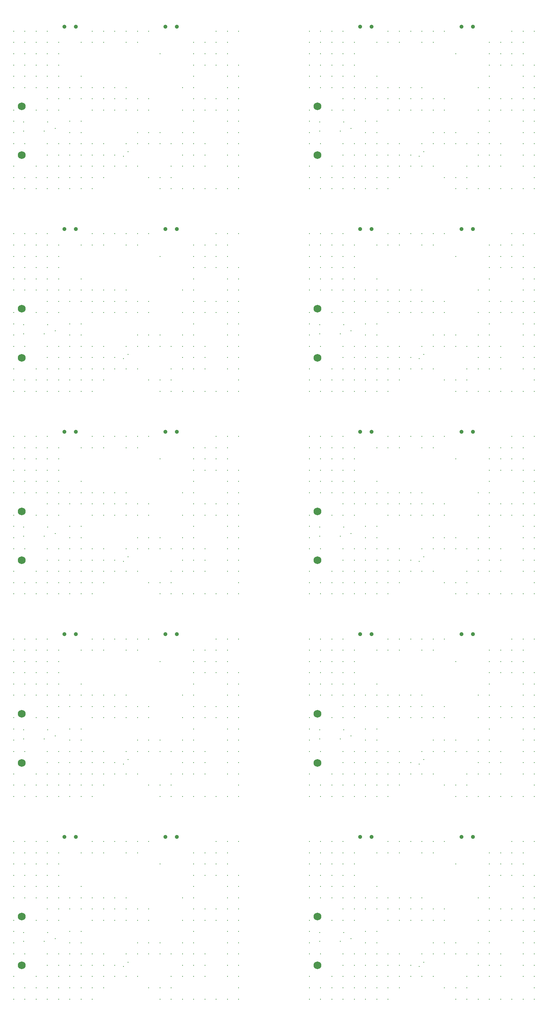
<source format=gbr>
%TF.GenerationSoftware,Altium Limited,Altium Designer,23.9.2 (47)*%
G04 Layer_Color=0*
%FSLAX45Y45*%
%MOMM*%
%TF.SameCoordinates,AD479AB8-1AF9-481E-9C01-A3E3F564F201*%
%TF.FilePolarity,Positive*%
%TF.FileFunction,Plated,1,2,PTH,Drill*%
%TF.Part,CustomerPanel*%
G01*
G75*
%TA.AperFunction,ComponentDrill*%
%ADD57C,1.75000*%
%ADD58C,0.90000*%
%TA.AperFunction,ViaDrill,NotFilled*%
%ADD59C,0.25000*%
D57*
X8080400Y9434145D02*
D03*
Y10523846D02*
D03*
X14650999Y9434145D02*
D03*
Y10523846D02*
D03*
X8080400Y13934645D02*
D03*
Y15024345D02*
D03*
X14650999Y13934645D02*
D03*
Y15024345D02*
D03*
X8080400Y18435146D02*
D03*
Y19524846D02*
D03*
X14650999Y18435146D02*
D03*
Y19524846D02*
D03*
X8080400Y22935646D02*
D03*
Y24025346D02*
D03*
X14650999Y22935646D02*
D03*
Y24025346D02*
D03*
X8080400Y27436145D02*
D03*
Y28525845D02*
D03*
X14650999Y27436145D02*
D03*
Y28525845D02*
D03*
D58*
X11277600Y12293600D02*
D03*
X11531600D02*
D03*
X9028100D02*
D03*
X9282100D02*
D03*
X17848199D02*
D03*
X18102200D02*
D03*
X15598700D02*
D03*
X15852699D02*
D03*
X11277600Y16794099D02*
D03*
X11531600D02*
D03*
X9028100D02*
D03*
X9282100D02*
D03*
X17848199D02*
D03*
X18102200D02*
D03*
X15598700D02*
D03*
X15852699D02*
D03*
X11277600Y21294600D02*
D03*
X11531600D02*
D03*
X9028100D02*
D03*
X9282100D02*
D03*
X17848199D02*
D03*
X18102200D02*
D03*
X15598700D02*
D03*
X15852699D02*
D03*
X11277600Y25795099D02*
D03*
X11531600D02*
D03*
X9028100D02*
D03*
X9282100D02*
D03*
X17848199D02*
D03*
X18102200D02*
D03*
X15598700D02*
D03*
X15852699D02*
D03*
X11277600Y30295599D02*
D03*
X11531600D02*
D03*
X9028100D02*
D03*
X9282100D02*
D03*
X17848199D02*
D03*
X18102200D02*
D03*
X15598700D02*
D03*
X15852699D02*
D03*
D59*
X12901700Y12188400D02*
D03*
Y11438400D02*
D03*
Y11188400D02*
D03*
Y10938400D02*
D03*
Y10688400D02*
D03*
Y10438400D02*
D03*
Y10188400D02*
D03*
Y9938400D02*
D03*
Y9688400D02*
D03*
Y9438400D02*
D03*
Y9188400D02*
D03*
Y8938400D02*
D03*
Y8688400D02*
D03*
X12651700Y12188400D02*
D03*
Y11938400D02*
D03*
Y11688400D02*
D03*
Y11438400D02*
D03*
Y11188400D02*
D03*
Y10938400D02*
D03*
Y10688400D02*
D03*
Y10438400D02*
D03*
Y10188400D02*
D03*
Y9938400D02*
D03*
Y9688400D02*
D03*
Y9438400D02*
D03*
Y9188400D02*
D03*
Y8688400D02*
D03*
X12401700Y12188400D02*
D03*
Y11938400D02*
D03*
Y11688400D02*
D03*
Y11438400D02*
D03*
Y10688400D02*
D03*
Y10438400D02*
D03*
Y8688400D02*
D03*
X12151700Y11938400D02*
D03*
Y11688400D02*
D03*
Y11438400D02*
D03*
Y10688400D02*
D03*
Y10438400D02*
D03*
Y9688400D02*
D03*
Y9438400D02*
D03*
Y9188400D02*
D03*
Y8688400D02*
D03*
X11901700Y11938400D02*
D03*
Y11688400D02*
D03*
Y11438400D02*
D03*
Y11188400D02*
D03*
Y10938400D02*
D03*
Y10688400D02*
D03*
Y10438400D02*
D03*
Y10188400D02*
D03*
Y9938400D02*
D03*
Y9688400D02*
D03*
Y9438400D02*
D03*
Y9188400D02*
D03*
Y8688400D02*
D03*
X11651700Y10938400D02*
D03*
Y10438400D02*
D03*
Y9938400D02*
D03*
Y9688400D02*
D03*
Y9438400D02*
D03*
Y9188400D02*
D03*
Y8688400D02*
D03*
X11401700Y9688400D02*
D03*
Y9188400D02*
D03*
Y8938400D02*
D03*
Y8688400D02*
D03*
X11151700Y11688400D02*
D03*
Y9938400D02*
D03*
Y9688400D02*
D03*
Y8938400D02*
D03*
Y8688400D02*
D03*
X10901700Y12188400D02*
D03*
Y10688400D02*
D03*
Y10438400D02*
D03*
Y9938400D02*
D03*
Y9688400D02*
D03*
Y8938400D02*
D03*
X10651700Y12188400D02*
D03*
Y11938400D02*
D03*
Y10688400D02*
D03*
Y10438400D02*
D03*
Y9938400D02*
D03*
Y9688400D02*
D03*
Y9188400D02*
D03*
X10401700Y12188400D02*
D03*
Y11938400D02*
D03*
Y10938400D02*
D03*
Y10688400D02*
D03*
Y10438400D02*
D03*
Y9688400D02*
D03*
Y9188400D02*
D03*
X10151700Y12188400D02*
D03*
Y10938400D02*
D03*
Y10688400D02*
D03*
Y10438400D02*
D03*
Y9438400D02*
D03*
Y9188400D02*
D03*
X9901700Y12188400D02*
D03*
Y11938400D02*
D03*
Y10938400D02*
D03*
Y10688400D02*
D03*
Y10438400D02*
D03*
Y9688400D02*
D03*
Y9438400D02*
D03*
Y9188400D02*
D03*
Y8938400D02*
D03*
X9651700Y12188400D02*
D03*
Y11938400D02*
D03*
Y10938400D02*
D03*
Y10688400D02*
D03*
Y10438400D02*
D03*
Y9688400D02*
D03*
Y9438400D02*
D03*
Y9188400D02*
D03*
Y8938400D02*
D03*
Y8688400D02*
D03*
X9401700Y11938400D02*
D03*
Y11188400D02*
D03*
Y10938400D02*
D03*
Y10688400D02*
D03*
Y10188400D02*
D03*
Y9938400D02*
D03*
Y9688400D02*
D03*
Y9438400D02*
D03*
Y9188400D02*
D03*
Y8938400D02*
D03*
Y8688400D02*
D03*
X9151700Y10938400D02*
D03*
Y10688400D02*
D03*
Y10188400D02*
D03*
Y9938400D02*
D03*
Y9688400D02*
D03*
Y9438400D02*
D03*
Y9188400D02*
D03*
Y8938400D02*
D03*
Y8688400D02*
D03*
X8901700Y11938400D02*
D03*
Y11688400D02*
D03*
Y11438400D02*
D03*
Y11188400D02*
D03*
Y10938400D02*
D03*
Y10688400D02*
D03*
Y10438400D02*
D03*
Y9688400D02*
D03*
Y9438400D02*
D03*
Y9188400D02*
D03*
Y8938400D02*
D03*
Y8688400D02*
D03*
X8651700Y12188400D02*
D03*
Y11938400D02*
D03*
Y11688400D02*
D03*
Y11438400D02*
D03*
Y11188400D02*
D03*
Y10938400D02*
D03*
Y10688400D02*
D03*
Y10438400D02*
D03*
Y9688400D02*
D03*
Y9438400D02*
D03*
Y9188400D02*
D03*
Y8938400D02*
D03*
Y8688400D02*
D03*
X8401700Y12188400D02*
D03*
Y11938400D02*
D03*
Y11688400D02*
D03*
Y11438400D02*
D03*
Y11188400D02*
D03*
Y10938400D02*
D03*
Y10438400D02*
D03*
Y9188400D02*
D03*
Y8938400D02*
D03*
Y8688400D02*
D03*
X8151700Y12188400D02*
D03*
Y11938400D02*
D03*
Y11688400D02*
D03*
Y11438400D02*
D03*
Y11188400D02*
D03*
Y10938400D02*
D03*
Y9688400D02*
D03*
Y8938400D02*
D03*
Y8688400D02*
D03*
X7901700Y12188400D02*
D03*
Y11938400D02*
D03*
Y11688400D02*
D03*
Y11438400D02*
D03*
Y11188400D02*
D03*
Y10938400D02*
D03*
Y10438400D02*
D03*
Y10188400D02*
D03*
Y9938400D02*
D03*
Y9688400D02*
D03*
Y9188400D02*
D03*
Y8938400D02*
D03*
Y8688400D02*
D03*
X8826500Y10033000D02*
D03*
X10344709Y9411536D02*
D03*
X10442997Y9509824D02*
D03*
X8128000Y10170100D02*
D03*
X8661400D02*
D03*
X8128000Y9969500D02*
D03*
X8585200D02*
D03*
X19472301Y12188400D02*
D03*
Y11438400D02*
D03*
Y11188400D02*
D03*
Y10938400D02*
D03*
Y10688400D02*
D03*
Y10438400D02*
D03*
Y10188400D02*
D03*
Y9938400D02*
D03*
Y9688400D02*
D03*
Y9438400D02*
D03*
Y9188400D02*
D03*
Y8938400D02*
D03*
Y8688400D02*
D03*
X19222301Y12188400D02*
D03*
Y11938400D02*
D03*
Y11688400D02*
D03*
Y11438400D02*
D03*
Y11188400D02*
D03*
Y10938400D02*
D03*
Y10688400D02*
D03*
Y10438400D02*
D03*
Y10188400D02*
D03*
Y9938400D02*
D03*
Y9688400D02*
D03*
Y9438400D02*
D03*
Y9188400D02*
D03*
Y8688400D02*
D03*
X18972301Y12188400D02*
D03*
Y11938400D02*
D03*
Y11688400D02*
D03*
Y11438400D02*
D03*
Y10688400D02*
D03*
Y10438400D02*
D03*
Y8688400D02*
D03*
X18722301Y11938400D02*
D03*
Y11688400D02*
D03*
Y11438400D02*
D03*
Y10688400D02*
D03*
Y10438400D02*
D03*
Y9688400D02*
D03*
Y9438400D02*
D03*
Y9188400D02*
D03*
Y8688400D02*
D03*
X18472301Y11938400D02*
D03*
Y11688400D02*
D03*
Y11438400D02*
D03*
Y11188400D02*
D03*
Y10938400D02*
D03*
Y10688400D02*
D03*
Y10438400D02*
D03*
Y10188400D02*
D03*
Y9938400D02*
D03*
Y9688400D02*
D03*
Y9438400D02*
D03*
Y9188400D02*
D03*
Y8688400D02*
D03*
X18222301Y10938400D02*
D03*
Y10438400D02*
D03*
Y9938400D02*
D03*
Y9688400D02*
D03*
Y9438400D02*
D03*
Y9188400D02*
D03*
Y8688400D02*
D03*
X17972301Y9688400D02*
D03*
Y9188400D02*
D03*
Y8938400D02*
D03*
Y8688400D02*
D03*
X17722301Y11688400D02*
D03*
Y9938400D02*
D03*
Y9688400D02*
D03*
Y8938400D02*
D03*
Y8688400D02*
D03*
X17472301Y12188400D02*
D03*
Y10688400D02*
D03*
Y10438400D02*
D03*
Y9938400D02*
D03*
Y9688400D02*
D03*
Y8938400D02*
D03*
X17222301Y12188400D02*
D03*
Y11938400D02*
D03*
Y10688400D02*
D03*
Y10438400D02*
D03*
Y9938400D02*
D03*
Y9688400D02*
D03*
Y9188400D02*
D03*
X16972301Y12188400D02*
D03*
Y11938400D02*
D03*
Y10938400D02*
D03*
Y10688400D02*
D03*
Y10438400D02*
D03*
Y9688400D02*
D03*
Y9188400D02*
D03*
X16722301Y12188400D02*
D03*
Y10938400D02*
D03*
Y10688400D02*
D03*
Y10438400D02*
D03*
Y9438400D02*
D03*
Y9188400D02*
D03*
X16472301Y12188400D02*
D03*
Y11938400D02*
D03*
Y10938400D02*
D03*
Y10688400D02*
D03*
Y10438400D02*
D03*
Y9688400D02*
D03*
Y9438400D02*
D03*
Y9188400D02*
D03*
Y8938400D02*
D03*
X16222301Y12188400D02*
D03*
Y11938400D02*
D03*
Y10938400D02*
D03*
Y10688400D02*
D03*
Y10438400D02*
D03*
Y9688400D02*
D03*
Y9438400D02*
D03*
Y9188400D02*
D03*
Y8938400D02*
D03*
Y8688400D02*
D03*
X15972301Y11938400D02*
D03*
Y11188400D02*
D03*
Y10938400D02*
D03*
Y10688400D02*
D03*
Y10188400D02*
D03*
Y9938400D02*
D03*
Y9688400D02*
D03*
Y9438400D02*
D03*
Y9188400D02*
D03*
Y8938400D02*
D03*
Y8688400D02*
D03*
X15722301Y10938400D02*
D03*
Y10688400D02*
D03*
Y10188400D02*
D03*
Y9938400D02*
D03*
Y9688400D02*
D03*
Y9438400D02*
D03*
Y9188400D02*
D03*
Y8938400D02*
D03*
Y8688400D02*
D03*
X15472301Y11938400D02*
D03*
Y11688400D02*
D03*
Y11438400D02*
D03*
Y11188400D02*
D03*
Y10938400D02*
D03*
Y10688400D02*
D03*
Y10438400D02*
D03*
Y9688400D02*
D03*
Y9438400D02*
D03*
Y9188400D02*
D03*
Y8938400D02*
D03*
Y8688400D02*
D03*
X15222301Y12188400D02*
D03*
Y11938400D02*
D03*
Y11688400D02*
D03*
Y11438400D02*
D03*
Y11188400D02*
D03*
Y10938400D02*
D03*
Y10688400D02*
D03*
Y10438400D02*
D03*
Y9688400D02*
D03*
Y9438400D02*
D03*
Y9188400D02*
D03*
Y8938400D02*
D03*
Y8688400D02*
D03*
X14972301Y12188400D02*
D03*
Y11938400D02*
D03*
Y11688400D02*
D03*
Y11438400D02*
D03*
Y11188400D02*
D03*
Y10938400D02*
D03*
Y10438400D02*
D03*
Y9188400D02*
D03*
Y8938400D02*
D03*
Y8688400D02*
D03*
X14722301Y12188400D02*
D03*
Y11938400D02*
D03*
Y11688400D02*
D03*
Y11438400D02*
D03*
Y11188400D02*
D03*
Y10938400D02*
D03*
Y9688400D02*
D03*
Y8938400D02*
D03*
Y8688400D02*
D03*
X14472301Y12188400D02*
D03*
Y11938400D02*
D03*
Y11688400D02*
D03*
Y11438400D02*
D03*
Y11188400D02*
D03*
Y10938400D02*
D03*
Y10438400D02*
D03*
Y10188400D02*
D03*
Y9938400D02*
D03*
Y9688400D02*
D03*
Y9188400D02*
D03*
Y8938400D02*
D03*
Y8688400D02*
D03*
X15397099Y10033000D02*
D03*
X16915309Y9411536D02*
D03*
X17013597Y9509824D02*
D03*
X14698599Y10170100D02*
D03*
X15232001D02*
D03*
X14698599Y9969500D02*
D03*
X15155800D02*
D03*
X12901700Y16688901D02*
D03*
Y15938901D02*
D03*
Y15688901D02*
D03*
Y15438901D02*
D03*
Y15188901D02*
D03*
Y14938901D02*
D03*
Y14688901D02*
D03*
Y14438901D02*
D03*
Y14188901D02*
D03*
Y13938901D02*
D03*
Y13688901D02*
D03*
Y13438901D02*
D03*
Y13188901D02*
D03*
X12651700Y16688901D02*
D03*
Y16438901D02*
D03*
Y16188901D02*
D03*
Y15938901D02*
D03*
Y15688901D02*
D03*
Y15438901D02*
D03*
Y15188901D02*
D03*
Y14938901D02*
D03*
Y14688901D02*
D03*
Y14438901D02*
D03*
Y14188901D02*
D03*
Y13938901D02*
D03*
Y13688901D02*
D03*
Y13188901D02*
D03*
X12401700Y16688901D02*
D03*
Y16438901D02*
D03*
Y16188901D02*
D03*
Y15938901D02*
D03*
Y15188901D02*
D03*
Y14938901D02*
D03*
Y13188901D02*
D03*
X12151700Y16438901D02*
D03*
Y16188901D02*
D03*
Y15938901D02*
D03*
Y15188901D02*
D03*
Y14938901D02*
D03*
Y14188901D02*
D03*
Y13938901D02*
D03*
Y13688901D02*
D03*
Y13188901D02*
D03*
X11901700Y16438901D02*
D03*
Y16188901D02*
D03*
Y15938901D02*
D03*
Y15688901D02*
D03*
Y15438901D02*
D03*
Y15188901D02*
D03*
Y14938901D02*
D03*
Y14688901D02*
D03*
Y14438901D02*
D03*
Y14188901D02*
D03*
Y13938901D02*
D03*
Y13688901D02*
D03*
Y13188901D02*
D03*
X11651700Y15438901D02*
D03*
Y14938901D02*
D03*
Y14438901D02*
D03*
Y14188901D02*
D03*
Y13938901D02*
D03*
Y13688901D02*
D03*
Y13188901D02*
D03*
X11401700Y14188901D02*
D03*
Y13688901D02*
D03*
Y13438901D02*
D03*
Y13188901D02*
D03*
X11151700Y16188901D02*
D03*
Y14438901D02*
D03*
Y14188901D02*
D03*
Y13438901D02*
D03*
Y13188901D02*
D03*
X10901700Y16688901D02*
D03*
Y15188901D02*
D03*
Y14938901D02*
D03*
Y14438901D02*
D03*
Y14188901D02*
D03*
Y13438901D02*
D03*
X10651700Y16688901D02*
D03*
Y16438901D02*
D03*
Y15188901D02*
D03*
Y14938901D02*
D03*
Y14438901D02*
D03*
Y14188901D02*
D03*
Y13688901D02*
D03*
X10401700Y16688901D02*
D03*
Y16438901D02*
D03*
Y15438901D02*
D03*
Y15188901D02*
D03*
Y14938901D02*
D03*
Y14188901D02*
D03*
Y13688901D02*
D03*
X10151700Y16688901D02*
D03*
Y15438901D02*
D03*
Y15188901D02*
D03*
Y14938901D02*
D03*
Y13938901D02*
D03*
Y13688901D02*
D03*
X9901700Y16688901D02*
D03*
Y16438901D02*
D03*
Y15438901D02*
D03*
Y15188901D02*
D03*
Y14938901D02*
D03*
Y14188901D02*
D03*
Y13938901D02*
D03*
Y13688901D02*
D03*
Y13438901D02*
D03*
X9651700Y16688901D02*
D03*
Y16438901D02*
D03*
Y15438901D02*
D03*
Y15188901D02*
D03*
Y14938901D02*
D03*
Y14188901D02*
D03*
Y13938901D02*
D03*
Y13688901D02*
D03*
Y13438901D02*
D03*
Y13188901D02*
D03*
X9401700Y16438901D02*
D03*
Y15688901D02*
D03*
Y15438901D02*
D03*
Y15188901D02*
D03*
Y14688901D02*
D03*
Y14438901D02*
D03*
Y14188901D02*
D03*
Y13938901D02*
D03*
Y13688901D02*
D03*
Y13438901D02*
D03*
Y13188901D02*
D03*
X9151700Y15438901D02*
D03*
Y15188901D02*
D03*
Y14688901D02*
D03*
Y14438901D02*
D03*
Y14188901D02*
D03*
Y13938901D02*
D03*
Y13688901D02*
D03*
Y13438901D02*
D03*
Y13188901D02*
D03*
X8901700Y16438901D02*
D03*
Y16188901D02*
D03*
Y15938901D02*
D03*
Y15688901D02*
D03*
Y15438901D02*
D03*
Y15188901D02*
D03*
Y14938901D02*
D03*
Y14188901D02*
D03*
Y13938901D02*
D03*
Y13688901D02*
D03*
Y13438901D02*
D03*
Y13188901D02*
D03*
X8651700Y16688901D02*
D03*
Y16438901D02*
D03*
Y16188901D02*
D03*
Y15938901D02*
D03*
Y15688901D02*
D03*
Y15438901D02*
D03*
Y15188901D02*
D03*
Y14938901D02*
D03*
Y14188901D02*
D03*
Y13938901D02*
D03*
Y13688901D02*
D03*
Y13438901D02*
D03*
Y13188901D02*
D03*
X8401700Y16688901D02*
D03*
Y16438901D02*
D03*
Y16188901D02*
D03*
Y15938901D02*
D03*
Y15688901D02*
D03*
Y15438901D02*
D03*
Y14938901D02*
D03*
Y13688901D02*
D03*
Y13438901D02*
D03*
Y13188901D02*
D03*
X8151700Y16688901D02*
D03*
Y16438901D02*
D03*
Y16188901D02*
D03*
Y15938901D02*
D03*
Y15688901D02*
D03*
Y15438901D02*
D03*
Y14188901D02*
D03*
Y13438901D02*
D03*
Y13188901D02*
D03*
X7901700Y16688901D02*
D03*
Y16438901D02*
D03*
Y16188901D02*
D03*
Y15938901D02*
D03*
Y15688901D02*
D03*
Y15438901D02*
D03*
Y14938901D02*
D03*
Y14688901D02*
D03*
Y14438901D02*
D03*
Y14188901D02*
D03*
Y13688901D02*
D03*
Y13438901D02*
D03*
Y13188901D02*
D03*
X8826500Y14533501D02*
D03*
X10344709Y13912036D02*
D03*
X10442997Y14010324D02*
D03*
X8128000Y14670599D02*
D03*
X8661400D02*
D03*
X8128000Y14470000D02*
D03*
X8585200D02*
D03*
X19472301Y16688901D02*
D03*
Y15938901D02*
D03*
Y15688901D02*
D03*
Y15438901D02*
D03*
Y15188901D02*
D03*
Y14938901D02*
D03*
Y14688901D02*
D03*
Y14438901D02*
D03*
Y14188901D02*
D03*
Y13938901D02*
D03*
Y13688901D02*
D03*
Y13438901D02*
D03*
Y13188901D02*
D03*
X19222301Y16688901D02*
D03*
Y16438901D02*
D03*
Y16188901D02*
D03*
Y15938901D02*
D03*
Y15688901D02*
D03*
Y15438901D02*
D03*
Y15188901D02*
D03*
Y14938901D02*
D03*
Y14688901D02*
D03*
Y14438901D02*
D03*
Y14188901D02*
D03*
Y13938901D02*
D03*
Y13688901D02*
D03*
Y13188901D02*
D03*
X18972301Y16688901D02*
D03*
Y16438901D02*
D03*
Y16188901D02*
D03*
Y15938901D02*
D03*
Y15188901D02*
D03*
Y14938901D02*
D03*
Y13188901D02*
D03*
X18722301Y16438901D02*
D03*
Y16188901D02*
D03*
Y15938901D02*
D03*
Y15188901D02*
D03*
Y14938901D02*
D03*
Y14188901D02*
D03*
Y13938901D02*
D03*
Y13688901D02*
D03*
Y13188901D02*
D03*
X18472301Y16438901D02*
D03*
Y16188901D02*
D03*
Y15938901D02*
D03*
Y15688901D02*
D03*
Y15438901D02*
D03*
Y15188901D02*
D03*
Y14938901D02*
D03*
Y14688901D02*
D03*
Y14438901D02*
D03*
Y14188901D02*
D03*
Y13938901D02*
D03*
Y13688901D02*
D03*
Y13188901D02*
D03*
X18222301Y15438901D02*
D03*
Y14938901D02*
D03*
Y14438901D02*
D03*
Y14188901D02*
D03*
Y13938901D02*
D03*
Y13688901D02*
D03*
Y13188901D02*
D03*
X17972301Y14188901D02*
D03*
Y13688901D02*
D03*
Y13438901D02*
D03*
Y13188901D02*
D03*
X17722301Y16188901D02*
D03*
Y14438901D02*
D03*
Y14188901D02*
D03*
Y13438901D02*
D03*
Y13188901D02*
D03*
X17472301Y16688901D02*
D03*
Y15188901D02*
D03*
Y14938901D02*
D03*
Y14438901D02*
D03*
Y14188901D02*
D03*
Y13438901D02*
D03*
X17222301Y16688901D02*
D03*
Y16438901D02*
D03*
Y15188901D02*
D03*
Y14938901D02*
D03*
Y14438901D02*
D03*
Y14188901D02*
D03*
Y13688901D02*
D03*
X16972301Y16688901D02*
D03*
Y16438901D02*
D03*
Y15438901D02*
D03*
Y15188901D02*
D03*
Y14938901D02*
D03*
Y14188901D02*
D03*
Y13688901D02*
D03*
X16722301Y16688901D02*
D03*
Y15438901D02*
D03*
Y15188901D02*
D03*
Y14938901D02*
D03*
Y13938901D02*
D03*
Y13688901D02*
D03*
X16472301Y16688901D02*
D03*
Y16438901D02*
D03*
Y15438901D02*
D03*
Y15188901D02*
D03*
Y14938901D02*
D03*
Y14188901D02*
D03*
Y13938901D02*
D03*
Y13688901D02*
D03*
Y13438901D02*
D03*
X16222301Y16688901D02*
D03*
Y16438901D02*
D03*
Y15438901D02*
D03*
Y15188901D02*
D03*
Y14938901D02*
D03*
Y14188901D02*
D03*
Y13938901D02*
D03*
Y13688901D02*
D03*
Y13438901D02*
D03*
Y13188901D02*
D03*
X15972301Y16438901D02*
D03*
Y15688901D02*
D03*
Y15438901D02*
D03*
Y15188901D02*
D03*
Y14688901D02*
D03*
Y14438901D02*
D03*
Y14188901D02*
D03*
Y13938901D02*
D03*
Y13688901D02*
D03*
Y13438901D02*
D03*
Y13188901D02*
D03*
X15722301Y15438901D02*
D03*
Y15188901D02*
D03*
Y14688901D02*
D03*
Y14438901D02*
D03*
Y14188901D02*
D03*
Y13938901D02*
D03*
Y13688901D02*
D03*
Y13438901D02*
D03*
Y13188901D02*
D03*
X15472301Y16438901D02*
D03*
Y16188901D02*
D03*
Y15938901D02*
D03*
Y15688901D02*
D03*
Y15438901D02*
D03*
Y15188901D02*
D03*
Y14938901D02*
D03*
Y14188901D02*
D03*
Y13938901D02*
D03*
Y13688901D02*
D03*
Y13438901D02*
D03*
Y13188901D02*
D03*
X15222301Y16688901D02*
D03*
Y16438901D02*
D03*
Y16188901D02*
D03*
Y15938901D02*
D03*
Y15688901D02*
D03*
Y15438901D02*
D03*
Y15188901D02*
D03*
Y14938901D02*
D03*
Y14188901D02*
D03*
Y13938901D02*
D03*
Y13688901D02*
D03*
Y13438901D02*
D03*
Y13188901D02*
D03*
X14972301Y16688901D02*
D03*
Y16438901D02*
D03*
Y16188901D02*
D03*
Y15938901D02*
D03*
Y15688901D02*
D03*
Y15438901D02*
D03*
Y14938901D02*
D03*
Y13688901D02*
D03*
Y13438901D02*
D03*
Y13188901D02*
D03*
X14722301Y16688901D02*
D03*
Y16438901D02*
D03*
Y16188901D02*
D03*
Y15938901D02*
D03*
Y15688901D02*
D03*
Y15438901D02*
D03*
Y14188901D02*
D03*
Y13438901D02*
D03*
Y13188901D02*
D03*
X14472301Y16688901D02*
D03*
Y16438901D02*
D03*
Y16188901D02*
D03*
Y15938901D02*
D03*
Y15688901D02*
D03*
Y15438901D02*
D03*
Y14938901D02*
D03*
Y14688901D02*
D03*
Y14438901D02*
D03*
Y14188901D02*
D03*
Y13688901D02*
D03*
Y13438901D02*
D03*
Y13188901D02*
D03*
X15397099Y14533501D02*
D03*
X16915309Y13912036D02*
D03*
X17013597Y14010324D02*
D03*
X14698599Y14670599D02*
D03*
X15232001D02*
D03*
X14698599Y14470000D02*
D03*
X15155800D02*
D03*
X12901700Y21189400D02*
D03*
Y20439400D02*
D03*
Y20189400D02*
D03*
Y19939400D02*
D03*
Y19689400D02*
D03*
Y19439400D02*
D03*
Y19189400D02*
D03*
Y18939400D02*
D03*
Y18689400D02*
D03*
Y18439400D02*
D03*
Y18189400D02*
D03*
Y17939400D02*
D03*
Y17689400D02*
D03*
X12651700Y21189400D02*
D03*
Y20939400D02*
D03*
Y20689400D02*
D03*
Y20439400D02*
D03*
Y20189400D02*
D03*
Y19939400D02*
D03*
Y19689400D02*
D03*
Y19439400D02*
D03*
Y19189400D02*
D03*
Y18939400D02*
D03*
Y18689400D02*
D03*
Y18439400D02*
D03*
Y18189400D02*
D03*
Y17689400D02*
D03*
X12401700Y21189400D02*
D03*
Y20939400D02*
D03*
Y20689400D02*
D03*
Y20439400D02*
D03*
Y19689400D02*
D03*
Y19439400D02*
D03*
Y17689400D02*
D03*
X12151700Y20939400D02*
D03*
Y20689400D02*
D03*
Y20439400D02*
D03*
Y19689400D02*
D03*
Y19439400D02*
D03*
Y18689400D02*
D03*
Y18439400D02*
D03*
Y18189400D02*
D03*
Y17689400D02*
D03*
X11901700Y20939400D02*
D03*
Y20689400D02*
D03*
Y20439400D02*
D03*
Y20189400D02*
D03*
Y19939400D02*
D03*
Y19689400D02*
D03*
Y19439400D02*
D03*
Y19189400D02*
D03*
Y18939400D02*
D03*
Y18689400D02*
D03*
Y18439400D02*
D03*
Y18189400D02*
D03*
Y17689400D02*
D03*
X11651700Y19939400D02*
D03*
Y19439400D02*
D03*
Y18939400D02*
D03*
Y18689400D02*
D03*
Y18439400D02*
D03*
Y18189400D02*
D03*
Y17689400D02*
D03*
X11401700Y18689400D02*
D03*
Y18189400D02*
D03*
Y17939400D02*
D03*
Y17689400D02*
D03*
X11151700Y20689400D02*
D03*
Y18939400D02*
D03*
Y18689400D02*
D03*
Y17939400D02*
D03*
Y17689400D02*
D03*
X10901700Y21189400D02*
D03*
Y19689400D02*
D03*
Y19439400D02*
D03*
Y18939400D02*
D03*
Y18689400D02*
D03*
Y17939400D02*
D03*
X10651700Y21189400D02*
D03*
Y20939400D02*
D03*
Y19689400D02*
D03*
Y19439400D02*
D03*
Y18939400D02*
D03*
Y18689400D02*
D03*
Y18189400D02*
D03*
X10401700Y21189400D02*
D03*
Y20939400D02*
D03*
Y19939400D02*
D03*
Y19689400D02*
D03*
Y19439400D02*
D03*
Y18689400D02*
D03*
Y18189400D02*
D03*
X10151700Y21189400D02*
D03*
Y19939400D02*
D03*
Y19689400D02*
D03*
Y19439400D02*
D03*
Y18439400D02*
D03*
Y18189400D02*
D03*
X9901700Y21189400D02*
D03*
Y20939400D02*
D03*
Y19939400D02*
D03*
Y19689400D02*
D03*
Y19439400D02*
D03*
Y18689400D02*
D03*
Y18439400D02*
D03*
Y18189400D02*
D03*
Y17939400D02*
D03*
X9651700Y21189400D02*
D03*
Y20939400D02*
D03*
Y19939400D02*
D03*
Y19689400D02*
D03*
Y19439400D02*
D03*
Y18689400D02*
D03*
Y18439400D02*
D03*
Y18189400D02*
D03*
Y17939400D02*
D03*
Y17689400D02*
D03*
X9401700Y20939400D02*
D03*
Y20189400D02*
D03*
Y19939400D02*
D03*
Y19689400D02*
D03*
Y19189400D02*
D03*
Y18939400D02*
D03*
Y18689400D02*
D03*
Y18439400D02*
D03*
Y18189400D02*
D03*
Y17939400D02*
D03*
Y17689400D02*
D03*
X9151700Y19939400D02*
D03*
Y19689400D02*
D03*
Y19189400D02*
D03*
Y18939400D02*
D03*
Y18689400D02*
D03*
Y18439400D02*
D03*
Y18189400D02*
D03*
Y17939400D02*
D03*
Y17689400D02*
D03*
X8901700Y20939400D02*
D03*
Y20689400D02*
D03*
Y20439400D02*
D03*
Y20189400D02*
D03*
Y19939400D02*
D03*
Y19689400D02*
D03*
Y19439400D02*
D03*
Y18689400D02*
D03*
Y18439400D02*
D03*
Y18189400D02*
D03*
Y17939400D02*
D03*
Y17689400D02*
D03*
X8651700Y21189400D02*
D03*
Y20939400D02*
D03*
Y20689400D02*
D03*
Y20439400D02*
D03*
Y20189400D02*
D03*
Y19939400D02*
D03*
Y19689400D02*
D03*
Y19439400D02*
D03*
Y18689400D02*
D03*
Y18439400D02*
D03*
Y18189400D02*
D03*
Y17939400D02*
D03*
Y17689400D02*
D03*
X8401700Y21189400D02*
D03*
Y20939400D02*
D03*
Y20689400D02*
D03*
Y20439400D02*
D03*
Y20189400D02*
D03*
Y19939400D02*
D03*
Y19439400D02*
D03*
Y18189400D02*
D03*
Y17939400D02*
D03*
Y17689400D02*
D03*
X8151700Y21189400D02*
D03*
Y20939400D02*
D03*
Y20689400D02*
D03*
Y20439400D02*
D03*
Y20189400D02*
D03*
Y19939400D02*
D03*
Y18689400D02*
D03*
Y17939400D02*
D03*
Y17689400D02*
D03*
X7901700Y21189400D02*
D03*
Y20939400D02*
D03*
Y20689400D02*
D03*
Y20439400D02*
D03*
Y20189400D02*
D03*
Y19939400D02*
D03*
Y19439400D02*
D03*
Y19189400D02*
D03*
Y18939400D02*
D03*
Y18689400D02*
D03*
Y18189400D02*
D03*
Y17939400D02*
D03*
Y17689400D02*
D03*
X8826500Y19034000D02*
D03*
X10344709Y18412537D02*
D03*
X10442997Y18510825D02*
D03*
X8128000Y19171100D02*
D03*
X8661400D02*
D03*
X8128000Y18970500D02*
D03*
X8585200D02*
D03*
X19472301Y21189400D02*
D03*
Y20439400D02*
D03*
Y20189400D02*
D03*
Y19939400D02*
D03*
Y19689400D02*
D03*
Y19439400D02*
D03*
Y19189400D02*
D03*
Y18939400D02*
D03*
Y18689400D02*
D03*
Y18439400D02*
D03*
Y18189400D02*
D03*
Y17939400D02*
D03*
Y17689400D02*
D03*
X19222301Y21189400D02*
D03*
Y20939400D02*
D03*
Y20689400D02*
D03*
Y20439400D02*
D03*
Y20189400D02*
D03*
Y19939400D02*
D03*
Y19689400D02*
D03*
Y19439400D02*
D03*
Y19189400D02*
D03*
Y18939400D02*
D03*
Y18689400D02*
D03*
Y18439400D02*
D03*
Y18189400D02*
D03*
Y17689400D02*
D03*
X18972301Y21189400D02*
D03*
Y20939400D02*
D03*
Y20689400D02*
D03*
Y20439400D02*
D03*
Y19689400D02*
D03*
Y19439400D02*
D03*
Y17689400D02*
D03*
X18722301Y20939400D02*
D03*
Y20689400D02*
D03*
Y20439400D02*
D03*
Y19689400D02*
D03*
Y19439400D02*
D03*
Y18689400D02*
D03*
Y18439400D02*
D03*
Y18189400D02*
D03*
Y17689400D02*
D03*
X18472301Y20939400D02*
D03*
Y20689400D02*
D03*
Y20439400D02*
D03*
Y20189400D02*
D03*
Y19939400D02*
D03*
Y19689400D02*
D03*
Y19439400D02*
D03*
Y19189400D02*
D03*
Y18939400D02*
D03*
Y18689400D02*
D03*
Y18439400D02*
D03*
Y18189400D02*
D03*
Y17689400D02*
D03*
X18222301Y19939400D02*
D03*
Y19439400D02*
D03*
Y18939400D02*
D03*
Y18689400D02*
D03*
Y18439400D02*
D03*
Y18189400D02*
D03*
Y17689400D02*
D03*
X17972301Y18689400D02*
D03*
Y18189400D02*
D03*
Y17939400D02*
D03*
Y17689400D02*
D03*
X17722301Y20689400D02*
D03*
Y18939400D02*
D03*
Y18689400D02*
D03*
Y17939400D02*
D03*
Y17689400D02*
D03*
X17472301Y21189400D02*
D03*
Y19689400D02*
D03*
Y19439400D02*
D03*
Y18939400D02*
D03*
Y18689400D02*
D03*
Y17939400D02*
D03*
X17222301Y21189400D02*
D03*
Y20939400D02*
D03*
Y19689400D02*
D03*
Y19439400D02*
D03*
Y18939400D02*
D03*
Y18689400D02*
D03*
Y18189400D02*
D03*
X16972301Y21189400D02*
D03*
Y20939400D02*
D03*
Y19939400D02*
D03*
Y19689400D02*
D03*
Y19439400D02*
D03*
Y18689400D02*
D03*
Y18189400D02*
D03*
X16722301Y21189400D02*
D03*
Y19939400D02*
D03*
Y19689400D02*
D03*
Y19439400D02*
D03*
Y18439400D02*
D03*
Y18189400D02*
D03*
X16472301Y21189400D02*
D03*
Y20939400D02*
D03*
Y19939400D02*
D03*
Y19689400D02*
D03*
Y19439400D02*
D03*
Y18689400D02*
D03*
Y18439400D02*
D03*
Y18189400D02*
D03*
Y17939400D02*
D03*
X16222301Y21189400D02*
D03*
Y20939400D02*
D03*
Y19939400D02*
D03*
Y19689400D02*
D03*
Y19439400D02*
D03*
Y18689400D02*
D03*
Y18439400D02*
D03*
Y18189400D02*
D03*
Y17939400D02*
D03*
Y17689400D02*
D03*
X15972301Y20939400D02*
D03*
Y20189400D02*
D03*
Y19939400D02*
D03*
Y19689400D02*
D03*
Y19189400D02*
D03*
Y18939400D02*
D03*
Y18689400D02*
D03*
Y18439400D02*
D03*
Y18189400D02*
D03*
Y17939400D02*
D03*
Y17689400D02*
D03*
X15722301Y19939400D02*
D03*
Y19689400D02*
D03*
Y19189400D02*
D03*
Y18939400D02*
D03*
Y18689400D02*
D03*
Y18439400D02*
D03*
Y18189400D02*
D03*
Y17939400D02*
D03*
Y17689400D02*
D03*
X15472301Y20939400D02*
D03*
Y20689400D02*
D03*
Y20439400D02*
D03*
Y20189400D02*
D03*
Y19939400D02*
D03*
Y19689400D02*
D03*
Y19439400D02*
D03*
Y18689400D02*
D03*
Y18439400D02*
D03*
Y18189400D02*
D03*
Y17939400D02*
D03*
Y17689400D02*
D03*
X15222301Y21189400D02*
D03*
Y20939400D02*
D03*
Y20689400D02*
D03*
Y20439400D02*
D03*
Y20189400D02*
D03*
Y19939400D02*
D03*
Y19689400D02*
D03*
Y19439400D02*
D03*
Y18689400D02*
D03*
Y18439400D02*
D03*
Y18189400D02*
D03*
Y17939400D02*
D03*
Y17689400D02*
D03*
X14972301Y21189400D02*
D03*
Y20939400D02*
D03*
Y20689400D02*
D03*
Y20439400D02*
D03*
Y20189400D02*
D03*
Y19939400D02*
D03*
Y19439400D02*
D03*
Y18189400D02*
D03*
Y17939400D02*
D03*
Y17689400D02*
D03*
X14722301Y21189400D02*
D03*
Y20939400D02*
D03*
Y20689400D02*
D03*
Y20439400D02*
D03*
Y20189400D02*
D03*
Y19939400D02*
D03*
Y18689400D02*
D03*
Y17939400D02*
D03*
Y17689400D02*
D03*
X14472301Y21189400D02*
D03*
Y20939400D02*
D03*
Y20689400D02*
D03*
Y20439400D02*
D03*
Y20189400D02*
D03*
Y19939400D02*
D03*
Y19439400D02*
D03*
Y19189400D02*
D03*
Y18939400D02*
D03*
Y18689400D02*
D03*
Y18189400D02*
D03*
Y17939400D02*
D03*
Y17689400D02*
D03*
X15397099Y19034000D02*
D03*
X16915309Y18412537D02*
D03*
X17013597Y18510825D02*
D03*
X14698599Y19171100D02*
D03*
X15232001D02*
D03*
X14698599Y18970500D02*
D03*
X15155800D02*
D03*
X12901700Y25689899D02*
D03*
Y24939900D02*
D03*
Y24689900D02*
D03*
Y24439900D02*
D03*
Y24189900D02*
D03*
Y23939900D02*
D03*
Y23689900D02*
D03*
Y23439900D02*
D03*
Y23189900D02*
D03*
Y22939900D02*
D03*
Y22689900D02*
D03*
Y22439900D02*
D03*
Y22189900D02*
D03*
X12651700Y25689899D02*
D03*
Y25439900D02*
D03*
Y25189900D02*
D03*
Y24939900D02*
D03*
Y24689900D02*
D03*
Y24439900D02*
D03*
Y24189900D02*
D03*
Y23939900D02*
D03*
Y23689900D02*
D03*
Y23439900D02*
D03*
Y23189900D02*
D03*
Y22939900D02*
D03*
Y22689900D02*
D03*
Y22189900D02*
D03*
X12401700Y25689899D02*
D03*
Y25439900D02*
D03*
Y25189900D02*
D03*
Y24939900D02*
D03*
Y24189900D02*
D03*
Y23939900D02*
D03*
Y22189900D02*
D03*
X12151700Y25439900D02*
D03*
Y25189900D02*
D03*
Y24939900D02*
D03*
Y24189900D02*
D03*
Y23939900D02*
D03*
Y23189900D02*
D03*
Y22939900D02*
D03*
Y22689900D02*
D03*
Y22189900D02*
D03*
X11901700Y25439900D02*
D03*
Y25189900D02*
D03*
Y24939900D02*
D03*
Y24689900D02*
D03*
Y24439900D02*
D03*
Y24189900D02*
D03*
Y23939900D02*
D03*
Y23689900D02*
D03*
Y23439900D02*
D03*
Y23189900D02*
D03*
Y22939900D02*
D03*
Y22689900D02*
D03*
Y22189900D02*
D03*
X11651700Y24439900D02*
D03*
Y23939900D02*
D03*
Y23439900D02*
D03*
Y23189900D02*
D03*
Y22939900D02*
D03*
Y22689900D02*
D03*
Y22189900D02*
D03*
X11401700Y23189900D02*
D03*
Y22689900D02*
D03*
Y22439900D02*
D03*
Y22189900D02*
D03*
X11151700Y25189900D02*
D03*
Y23439900D02*
D03*
Y23189900D02*
D03*
Y22439900D02*
D03*
Y22189900D02*
D03*
X10901700Y25689899D02*
D03*
Y24189900D02*
D03*
Y23939900D02*
D03*
Y23439900D02*
D03*
Y23189900D02*
D03*
Y22439900D02*
D03*
X10651700Y25689899D02*
D03*
Y25439900D02*
D03*
Y24189900D02*
D03*
Y23939900D02*
D03*
Y23439900D02*
D03*
Y23189900D02*
D03*
Y22689900D02*
D03*
X10401700Y25689899D02*
D03*
Y25439900D02*
D03*
Y24439900D02*
D03*
Y24189900D02*
D03*
Y23939900D02*
D03*
Y23189900D02*
D03*
Y22689900D02*
D03*
X10151700Y25689899D02*
D03*
Y24439900D02*
D03*
Y24189900D02*
D03*
Y23939900D02*
D03*
Y22939900D02*
D03*
Y22689900D02*
D03*
X9901700Y25689899D02*
D03*
Y25439900D02*
D03*
Y24439900D02*
D03*
Y24189900D02*
D03*
Y23939900D02*
D03*
Y23189900D02*
D03*
Y22939900D02*
D03*
Y22689900D02*
D03*
Y22439900D02*
D03*
X9651700Y25689899D02*
D03*
Y25439900D02*
D03*
Y24439900D02*
D03*
Y24189900D02*
D03*
Y23939900D02*
D03*
Y23189900D02*
D03*
Y22939900D02*
D03*
Y22689900D02*
D03*
Y22439900D02*
D03*
Y22189900D02*
D03*
X9401700Y25439900D02*
D03*
Y24689900D02*
D03*
Y24439900D02*
D03*
Y24189900D02*
D03*
Y23689900D02*
D03*
Y23439900D02*
D03*
Y23189900D02*
D03*
Y22939900D02*
D03*
Y22689900D02*
D03*
Y22439900D02*
D03*
Y22189900D02*
D03*
X9151700Y24439900D02*
D03*
Y24189900D02*
D03*
Y23689900D02*
D03*
Y23439900D02*
D03*
Y23189900D02*
D03*
Y22939900D02*
D03*
Y22689900D02*
D03*
Y22439900D02*
D03*
Y22189900D02*
D03*
X8901700Y25439900D02*
D03*
Y25189900D02*
D03*
Y24939900D02*
D03*
Y24689900D02*
D03*
Y24439900D02*
D03*
Y24189900D02*
D03*
Y23939900D02*
D03*
Y23189900D02*
D03*
Y22939900D02*
D03*
Y22689900D02*
D03*
Y22439900D02*
D03*
Y22189900D02*
D03*
X8651700Y25689899D02*
D03*
Y25439900D02*
D03*
Y25189900D02*
D03*
Y24939900D02*
D03*
Y24689900D02*
D03*
Y24439900D02*
D03*
Y24189900D02*
D03*
Y23939900D02*
D03*
Y23189900D02*
D03*
Y22939900D02*
D03*
Y22689900D02*
D03*
Y22439900D02*
D03*
Y22189900D02*
D03*
X8401700Y25689899D02*
D03*
Y25439900D02*
D03*
Y25189900D02*
D03*
Y24939900D02*
D03*
Y24689900D02*
D03*
Y24439900D02*
D03*
Y23939900D02*
D03*
Y22689900D02*
D03*
Y22439900D02*
D03*
Y22189900D02*
D03*
X8151700Y25689899D02*
D03*
Y25439900D02*
D03*
Y25189900D02*
D03*
Y24939900D02*
D03*
Y24689900D02*
D03*
Y24439900D02*
D03*
Y23189900D02*
D03*
Y22439900D02*
D03*
Y22189900D02*
D03*
X7901700Y25689899D02*
D03*
Y25439900D02*
D03*
Y25189900D02*
D03*
Y24939900D02*
D03*
Y24689900D02*
D03*
Y24439900D02*
D03*
Y23939900D02*
D03*
Y23689900D02*
D03*
Y23439900D02*
D03*
Y23189900D02*
D03*
Y22689900D02*
D03*
Y22439900D02*
D03*
Y22189900D02*
D03*
X8826500Y23534500D02*
D03*
X10344709Y22913036D02*
D03*
X10442997Y23011324D02*
D03*
X8128000Y23671600D02*
D03*
X8661400D02*
D03*
X8128000Y23471001D02*
D03*
X8585200D02*
D03*
X19472301Y25689899D02*
D03*
Y24939900D02*
D03*
Y24689900D02*
D03*
Y24439900D02*
D03*
Y24189900D02*
D03*
Y23939900D02*
D03*
Y23689900D02*
D03*
Y23439900D02*
D03*
Y23189900D02*
D03*
Y22939900D02*
D03*
Y22689900D02*
D03*
Y22439900D02*
D03*
Y22189900D02*
D03*
X19222301Y25689899D02*
D03*
Y25439900D02*
D03*
Y25189900D02*
D03*
Y24939900D02*
D03*
Y24689900D02*
D03*
Y24439900D02*
D03*
Y24189900D02*
D03*
Y23939900D02*
D03*
Y23689900D02*
D03*
Y23439900D02*
D03*
Y23189900D02*
D03*
Y22939900D02*
D03*
Y22689900D02*
D03*
Y22189900D02*
D03*
X18972301Y25689899D02*
D03*
Y25439900D02*
D03*
Y25189900D02*
D03*
Y24939900D02*
D03*
Y24189900D02*
D03*
Y23939900D02*
D03*
Y22189900D02*
D03*
X18722301Y25439900D02*
D03*
Y25189900D02*
D03*
Y24939900D02*
D03*
Y24189900D02*
D03*
Y23939900D02*
D03*
Y23189900D02*
D03*
Y22939900D02*
D03*
Y22689900D02*
D03*
Y22189900D02*
D03*
X18472301Y25439900D02*
D03*
Y25189900D02*
D03*
Y24939900D02*
D03*
Y24689900D02*
D03*
Y24439900D02*
D03*
Y24189900D02*
D03*
Y23939900D02*
D03*
Y23689900D02*
D03*
Y23439900D02*
D03*
Y23189900D02*
D03*
Y22939900D02*
D03*
Y22689900D02*
D03*
Y22189900D02*
D03*
X18222301Y24439900D02*
D03*
Y23939900D02*
D03*
Y23439900D02*
D03*
Y23189900D02*
D03*
Y22939900D02*
D03*
Y22689900D02*
D03*
Y22189900D02*
D03*
X17972301Y23189900D02*
D03*
Y22689900D02*
D03*
Y22439900D02*
D03*
Y22189900D02*
D03*
X17722301Y25189900D02*
D03*
Y23439900D02*
D03*
Y23189900D02*
D03*
Y22439900D02*
D03*
Y22189900D02*
D03*
X17472301Y25689899D02*
D03*
Y24189900D02*
D03*
Y23939900D02*
D03*
Y23439900D02*
D03*
Y23189900D02*
D03*
Y22439900D02*
D03*
X17222301Y25689899D02*
D03*
Y25439900D02*
D03*
Y24189900D02*
D03*
Y23939900D02*
D03*
Y23439900D02*
D03*
Y23189900D02*
D03*
Y22689900D02*
D03*
X16972301Y25689899D02*
D03*
Y25439900D02*
D03*
Y24439900D02*
D03*
Y24189900D02*
D03*
Y23939900D02*
D03*
Y23189900D02*
D03*
Y22689900D02*
D03*
X16722301Y25689899D02*
D03*
Y24439900D02*
D03*
Y24189900D02*
D03*
Y23939900D02*
D03*
Y22939900D02*
D03*
Y22689900D02*
D03*
X16472301Y25689899D02*
D03*
Y25439900D02*
D03*
Y24439900D02*
D03*
Y24189900D02*
D03*
Y23939900D02*
D03*
Y23189900D02*
D03*
Y22939900D02*
D03*
Y22689900D02*
D03*
Y22439900D02*
D03*
X16222301Y25689899D02*
D03*
Y25439900D02*
D03*
Y24439900D02*
D03*
Y24189900D02*
D03*
Y23939900D02*
D03*
Y23189900D02*
D03*
Y22939900D02*
D03*
Y22689900D02*
D03*
Y22439900D02*
D03*
Y22189900D02*
D03*
X15972301Y25439900D02*
D03*
Y24689900D02*
D03*
Y24439900D02*
D03*
Y24189900D02*
D03*
Y23689900D02*
D03*
Y23439900D02*
D03*
Y23189900D02*
D03*
Y22939900D02*
D03*
Y22689900D02*
D03*
Y22439900D02*
D03*
Y22189900D02*
D03*
X15722301Y24439900D02*
D03*
Y24189900D02*
D03*
Y23689900D02*
D03*
Y23439900D02*
D03*
Y23189900D02*
D03*
Y22939900D02*
D03*
Y22689900D02*
D03*
Y22439900D02*
D03*
Y22189900D02*
D03*
X15472301Y25439900D02*
D03*
Y25189900D02*
D03*
Y24939900D02*
D03*
Y24689900D02*
D03*
Y24439900D02*
D03*
Y24189900D02*
D03*
Y23939900D02*
D03*
Y23189900D02*
D03*
Y22939900D02*
D03*
Y22689900D02*
D03*
Y22439900D02*
D03*
Y22189900D02*
D03*
X15222301Y25689899D02*
D03*
Y25439900D02*
D03*
Y25189900D02*
D03*
Y24939900D02*
D03*
Y24689900D02*
D03*
Y24439900D02*
D03*
Y24189900D02*
D03*
Y23939900D02*
D03*
Y23189900D02*
D03*
Y22939900D02*
D03*
Y22689900D02*
D03*
Y22439900D02*
D03*
Y22189900D02*
D03*
X14972301Y25689899D02*
D03*
Y25439900D02*
D03*
Y25189900D02*
D03*
Y24939900D02*
D03*
Y24689900D02*
D03*
Y24439900D02*
D03*
Y23939900D02*
D03*
Y22689900D02*
D03*
Y22439900D02*
D03*
Y22189900D02*
D03*
X14722301Y25689899D02*
D03*
Y25439900D02*
D03*
Y25189900D02*
D03*
Y24939900D02*
D03*
Y24689900D02*
D03*
Y24439900D02*
D03*
Y23189900D02*
D03*
Y22439900D02*
D03*
Y22189900D02*
D03*
X14472301Y25689899D02*
D03*
Y25439900D02*
D03*
Y25189900D02*
D03*
Y24939900D02*
D03*
Y24689900D02*
D03*
Y24439900D02*
D03*
Y23939900D02*
D03*
Y23689900D02*
D03*
Y23439900D02*
D03*
Y23189900D02*
D03*
Y22689900D02*
D03*
Y22439900D02*
D03*
Y22189900D02*
D03*
X15397099Y23534500D02*
D03*
X16915309Y22913036D02*
D03*
X17013597Y23011324D02*
D03*
X14698599Y23671600D02*
D03*
X15232001D02*
D03*
X14698599Y23471001D02*
D03*
X15155800D02*
D03*
X12901700Y30190399D02*
D03*
Y29440399D02*
D03*
Y29190399D02*
D03*
Y28940399D02*
D03*
Y28690399D02*
D03*
Y28440399D02*
D03*
Y28190399D02*
D03*
Y27940399D02*
D03*
Y27690399D02*
D03*
Y27440399D02*
D03*
Y27190399D02*
D03*
Y26940399D02*
D03*
Y26690399D02*
D03*
X12651700Y30190399D02*
D03*
Y29940399D02*
D03*
Y29690399D02*
D03*
Y29440399D02*
D03*
Y29190399D02*
D03*
Y28940399D02*
D03*
Y28690399D02*
D03*
Y28440399D02*
D03*
Y28190399D02*
D03*
Y27940399D02*
D03*
Y27690399D02*
D03*
Y27440399D02*
D03*
Y27190399D02*
D03*
Y26690399D02*
D03*
X12401700Y30190399D02*
D03*
Y29940399D02*
D03*
Y29690399D02*
D03*
Y29440399D02*
D03*
Y28690399D02*
D03*
Y28440399D02*
D03*
Y26690399D02*
D03*
X12151700Y29940399D02*
D03*
Y29690399D02*
D03*
Y29440399D02*
D03*
Y28690399D02*
D03*
Y28440399D02*
D03*
Y27690399D02*
D03*
Y27440399D02*
D03*
Y27190399D02*
D03*
Y26690399D02*
D03*
X11901700Y29940399D02*
D03*
Y29690399D02*
D03*
Y29440399D02*
D03*
Y29190399D02*
D03*
Y28940399D02*
D03*
Y28690399D02*
D03*
Y28440399D02*
D03*
Y28190399D02*
D03*
Y27940399D02*
D03*
Y27690399D02*
D03*
Y27440399D02*
D03*
Y27190399D02*
D03*
Y26690399D02*
D03*
X11651700Y28940399D02*
D03*
Y28440399D02*
D03*
Y27940399D02*
D03*
Y27690399D02*
D03*
Y27440399D02*
D03*
Y27190399D02*
D03*
Y26690399D02*
D03*
X11401700Y27690399D02*
D03*
Y27190399D02*
D03*
Y26940399D02*
D03*
Y26690399D02*
D03*
X11151700Y29690399D02*
D03*
Y27940399D02*
D03*
Y27690399D02*
D03*
Y26940399D02*
D03*
Y26690399D02*
D03*
X10901700Y30190399D02*
D03*
Y28690399D02*
D03*
Y28440399D02*
D03*
Y27940399D02*
D03*
Y27690399D02*
D03*
Y26940399D02*
D03*
X10651700Y30190399D02*
D03*
Y29940399D02*
D03*
Y28690399D02*
D03*
Y28440399D02*
D03*
Y27940399D02*
D03*
Y27690399D02*
D03*
Y27190399D02*
D03*
X10401700Y30190399D02*
D03*
Y29940399D02*
D03*
Y28940399D02*
D03*
Y28690399D02*
D03*
Y28440399D02*
D03*
Y27690399D02*
D03*
Y27190399D02*
D03*
X10151700Y30190399D02*
D03*
Y28940399D02*
D03*
Y28690399D02*
D03*
Y28440399D02*
D03*
Y27440399D02*
D03*
Y27190399D02*
D03*
X9901700Y30190399D02*
D03*
Y29940399D02*
D03*
Y28940399D02*
D03*
Y28690399D02*
D03*
Y28440399D02*
D03*
Y27690399D02*
D03*
Y27440399D02*
D03*
Y27190399D02*
D03*
Y26940399D02*
D03*
X9651700Y30190399D02*
D03*
Y29940399D02*
D03*
Y28940399D02*
D03*
Y28690399D02*
D03*
Y28440399D02*
D03*
Y27690399D02*
D03*
Y27440399D02*
D03*
Y27190399D02*
D03*
Y26940399D02*
D03*
Y26690399D02*
D03*
X9401700Y29940399D02*
D03*
Y29190399D02*
D03*
Y28940399D02*
D03*
Y28690399D02*
D03*
Y28190399D02*
D03*
Y27940399D02*
D03*
Y27690399D02*
D03*
Y27440399D02*
D03*
Y27190399D02*
D03*
Y26940399D02*
D03*
Y26690399D02*
D03*
X9151700Y28940399D02*
D03*
Y28690399D02*
D03*
Y28190399D02*
D03*
Y27940399D02*
D03*
Y27690399D02*
D03*
Y27440399D02*
D03*
Y27190399D02*
D03*
Y26940399D02*
D03*
Y26690399D02*
D03*
X8901700Y29940399D02*
D03*
Y29690399D02*
D03*
Y29440399D02*
D03*
Y29190399D02*
D03*
Y28940399D02*
D03*
Y28690399D02*
D03*
Y28440399D02*
D03*
Y27690399D02*
D03*
Y27440399D02*
D03*
Y27190399D02*
D03*
Y26940399D02*
D03*
Y26690399D02*
D03*
X8651700Y30190399D02*
D03*
Y29940399D02*
D03*
Y29690399D02*
D03*
Y29440399D02*
D03*
Y29190399D02*
D03*
Y28940399D02*
D03*
Y28690399D02*
D03*
Y28440399D02*
D03*
Y27690399D02*
D03*
Y27440399D02*
D03*
Y27190399D02*
D03*
Y26940399D02*
D03*
Y26690399D02*
D03*
X8401700Y30190399D02*
D03*
Y29940399D02*
D03*
Y29690399D02*
D03*
Y29440399D02*
D03*
Y29190399D02*
D03*
Y28940399D02*
D03*
Y28440399D02*
D03*
Y27190399D02*
D03*
Y26940399D02*
D03*
Y26690399D02*
D03*
X8151700Y30190399D02*
D03*
Y29940399D02*
D03*
Y29690399D02*
D03*
Y29440399D02*
D03*
Y29190399D02*
D03*
Y28940399D02*
D03*
Y27690399D02*
D03*
Y26940399D02*
D03*
Y26690399D02*
D03*
X7901700Y30190399D02*
D03*
Y29940399D02*
D03*
Y29690399D02*
D03*
Y29440399D02*
D03*
Y29190399D02*
D03*
Y28940399D02*
D03*
Y28440399D02*
D03*
Y28190399D02*
D03*
Y27940399D02*
D03*
Y27690399D02*
D03*
Y27190399D02*
D03*
Y26940399D02*
D03*
Y26690399D02*
D03*
X8826500Y28035001D02*
D03*
X10344709Y27413535D02*
D03*
X10442997Y27511823D02*
D03*
X8128000Y28172101D02*
D03*
X8661400D02*
D03*
X8128000Y27971500D02*
D03*
X8585200D02*
D03*
X19472301Y30190399D02*
D03*
Y29440399D02*
D03*
Y29190399D02*
D03*
Y28940399D02*
D03*
Y28690399D02*
D03*
Y28440399D02*
D03*
Y28190399D02*
D03*
Y27940399D02*
D03*
Y27690399D02*
D03*
Y27440399D02*
D03*
Y27190399D02*
D03*
Y26940399D02*
D03*
Y26690399D02*
D03*
X19222301Y30190399D02*
D03*
Y29940399D02*
D03*
Y29690399D02*
D03*
Y29440399D02*
D03*
Y29190399D02*
D03*
Y28940399D02*
D03*
Y28690399D02*
D03*
Y28440399D02*
D03*
Y28190399D02*
D03*
Y27940399D02*
D03*
Y27690399D02*
D03*
Y27440399D02*
D03*
Y27190399D02*
D03*
Y26690399D02*
D03*
X18972301Y30190399D02*
D03*
Y29940399D02*
D03*
Y29690399D02*
D03*
Y29440399D02*
D03*
Y28690399D02*
D03*
Y28440399D02*
D03*
Y26690399D02*
D03*
X18722301Y29940399D02*
D03*
Y29690399D02*
D03*
Y29440399D02*
D03*
Y28690399D02*
D03*
Y28440399D02*
D03*
Y27690399D02*
D03*
Y27440399D02*
D03*
Y27190399D02*
D03*
Y26690399D02*
D03*
X18472301Y29940399D02*
D03*
Y29690399D02*
D03*
Y29440399D02*
D03*
Y29190399D02*
D03*
Y28940399D02*
D03*
Y28690399D02*
D03*
Y28440399D02*
D03*
Y28190399D02*
D03*
Y27940399D02*
D03*
Y27690399D02*
D03*
Y27440399D02*
D03*
Y27190399D02*
D03*
Y26690399D02*
D03*
X18222301Y28940399D02*
D03*
Y28440399D02*
D03*
Y27940399D02*
D03*
Y27690399D02*
D03*
Y27440399D02*
D03*
Y27190399D02*
D03*
Y26690399D02*
D03*
X17972301Y27690399D02*
D03*
Y27190399D02*
D03*
Y26940399D02*
D03*
Y26690399D02*
D03*
X17722301Y29690399D02*
D03*
Y27940399D02*
D03*
Y27690399D02*
D03*
Y26940399D02*
D03*
Y26690399D02*
D03*
X17472301Y30190399D02*
D03*
Y28690399D02*
D03*
Y28440399D02*
D03*
Y27940399D02*
D03*
Y27690399D02*
D03*
Y26940399D02*
D03*
X17222301Y30190399D02*
D03*
Y29940399D02*
D03*
Y28690399D02*
D03*
Y28440399D02*
D03*
Y27940399D02*
D03*
Y27690399D02*
D03*
Y27190399D02*
D03*
X16972301Y30190399D02*
D03*
Y29940399D02*
D03*
Y28940399D02*
D03*
Y28690399D02*
D03*
Y28440399D02*
D03*
Y27690399D02*
D03*
Y27190399D02*
D03*
X16722301Y30190399D02*
D03*
Y28940399D02*
D03*
Y28690399D02*
D03*
Y28440399D02*
D03*
Y27440399D02*
D03*
Y27190399D02*
D03*
X16472301Y30190399D02*
D03*
Y29940399D02*
D03*
Y28940399D02*
D03*
Y28690399D02*
D03*
Y28440399D02*
D03*
Y27690399D02*
D03*
Y27440399D02*
D03*
Y27190399D02*
D03*
Y26940399D02*
D03*
X16222301Y30190399D02*
D03*
Y29940399D02*
D03*
Y28940399D02*
D03*
Y28690399D02*
D03*
Y28440399D02*
D03*
Y27690399D02*
D03*
Y27440399D02*
D03*
Y27190399D02*
D03*
Y26940399D02*
D03*
Y26690399D02*
D03*
X15972301Y29940399D02*
D03*
Y29190399D02*
D03*
Y28940399D02*
D03*
Y28690399D02*
D03*
Y28190399D02*
D03*
Y27940399D02*
D03*
Y27690399D02*
D03*
Y27440399D02*
D03*
Y27190399D02*
D03*
Y26940399D02*
D03*
Y26690399D02*
D03*
X15722301Y28940399D02*
D03*
Y28690399D02*
D03*
Y28190399D02*
D03*
Y27940399D02*
D03*
Y27690399D02*
D03*
Y27440399D02*
D03*
Y27190399D02*
D03*
Y26940399D02*
D03*
Y26690399D02*
D03*
X15472301Y29940399D02*
D03*
Y29690399D02*
D03*
Y29440399D02*
D03*
Y29190399D02*
D03*
Y28940399D02*
D03*
Y28690399D02*
D03*
Y28440399D02*
D03*
Y27690399D02*
D03*
Y27440399D02*
D03*
Y27190399D02*
D03*
Y26940399D02*
D03*
Y26690399D02*
D03*
X15222301Y30190399D02*
D03*
Y29940399D02*
D03*
Y29690399D02*
D03*
Y29440399D02*
D03*
Y29190399D02*
D03*
Y28940399D02*
D03*
Y28690399D02*
D03*
Y28440399D02*
D03*
Y27690399D02*
D03*
Y27440399D02*
D03*
Y27190399D02*
D03*
Y26940399D02*
D03*
Y26690399D02*
D03*
X14972301Y30190399D02*
D03*
Y29940399D02*
D03*
Y29690399D02*
D03*
Y29440399D02*
D03*
Y29190399D02*
D03*
Y28940399D02*
D03*
Y28440399D02*
D03*
Y27190399D02*
D03*
Y26940399D02*
D03*
Y26690399D02*
D03*
X14722301Y30190399D02*
D03*
Y29940399D02*
D03*
Y29690399D02*
D03*
Y29440399D02*
D03*
Y29190399D02*
D03*
Y28940399D02*
D03*
Y27690399D02*
D03*
Y26940399D02*
D03*
Y26690399D02*
D03*
X14472301Y30190399D02*
D03*
Y29940399D02*
D03*
Y29690399D02*
D03*
Y29440399D02*
D03*
Y29190399D02*
D03*
Y28940399D02*
D03*
Y28440399D02*
D03*
Y28190399D02*
D03*
Y27940399D02*
D03*
Y27690399D02*
D03*
Y27190399D02*
D03*
Y26940399D02*
D03*
Y26690399D02*
D03*
X15397099Y28035001D02*
D03*
X16915309Y27413535D02*
D03*
X17013597Y27511823D02*
D03*
X14698599Y28172101D02*
D03*
X15232001D02*
D03*
X14698599Y27971500D02*
D03*
X15155800D02*
D03*
%TF.MD5,95ef12181ac44e0fb5beefe02b978521*%
M02*

</source>
